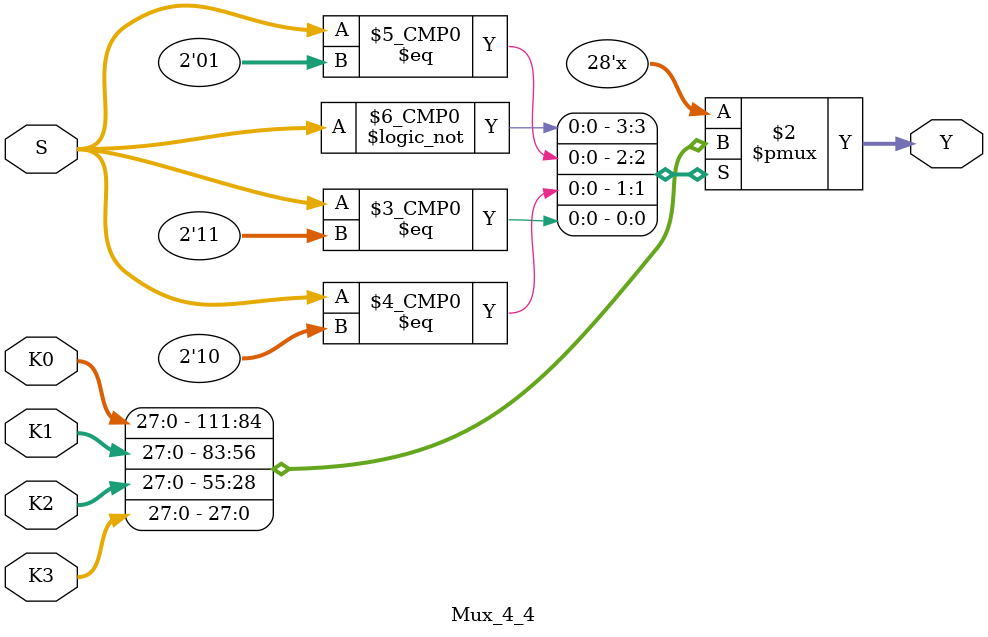
<source format=v>
`timescale 1ns / 1ps


module Mux_4_4( input [1:0]S,input [27:0]K0,K1,K2,K3, output reg [27:0]Y);
always@(*)
begin
case(S)
2'D0: Y = K0;
2'D1: Y = K1;
2'D2: Y = K2;
2'D3: Y = K3;
default:
Y = 28'D0;
endcase
end
endmodule
</source>
